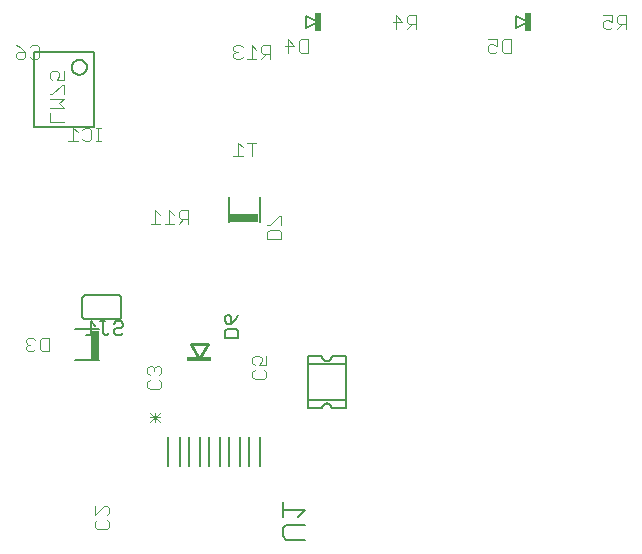
<source format=gbr>
G75*
%MOIN*%
%OFA0B0*%
%FSLAX25Y25*%
%IPPOS*%
%LPD*%
%AMOC8*
5,1,8,0,0,1.08239X$1,22.5*
%
%ADD10C,0.00400*%
%ADD11C,0.00800*%
%ADD12R,0.09646X0.02657*%
%ADD13C,0.01000*%
%ADD14R,0.08268X0.01181*%
%ADD15C,0.00500*%
%ADD16C,0.00600*%
%ADD17C,0.00300*%
%ADD18R,0.02400X0.06200*%
%ADD19R,0.02657X0.09646*%
D10*
X0070967Y0089426D02*
X0070200Y0090193D01*
X0070200Y0091728D01*
X0070967Y0092495D01*
X0070200Y0094030D02*
X0073269Y0097099D01*
X0074037Y0097099D01*
X0074804Y0096332D01*
X0074804Y0094797D01*
X0074037Y0094030D01*
X0074037Y0092495D02*
X0074804Y0091728D01*
X0074804Y0090193D01*
X0074037Y0089426D01*
X0070967Y0089426D01*
X0070200Y0094030D02*
X0070200Y0097099D01*
X0088467Y0136134D02*
X0087700Y0136901D01*
X0087700Y0138436D01*
X0088467Y0139203D01*
X0088467Y0140737D02*
X0087700Y0141505D01*
X0087700Y0143039D01*
X0088467Y0143807D01*
X0089235Y0143807D01*
X0090002Y0143039D01*
X0090002Y0142272D01*
X0090002Y0143039D02*
X0090769Y0143807D01*
X0091537Y0143807D01*
X0092304Y0143039D01*
X0092304Y0141505D01*
X0091537Y0140737D01*
X0091537Y0139203D02*
X0092304Y0138436D01*
X0092304Y0136901D01*
X0091537Y0136134D01*
X0088467Y0136134D01*
X0122700Y0140193D02*
X0122700Y0141728D01*
X0123467Y0142495D01*
X0123467Y0144030D02*
X0122700Y0144797D01*
X0122700Y0146332D01*
X0123467Y0147099D01*
X0125002Y0147099D01*
X0125769Y0146332D01*
X0125769Y0145564D01*
X0125002Y0144030D01*
X0127304Y0144030D01*
X0127304Y0147099D01*
X0126537Y0142495D02*
X0127304Y0141728D01*
X0127304Y0140193D01*
X0126537Y0139426D01*
X0123467Y0139426D01*
X0122700Y0140193D01*
X0127700Y0186134D02*
X0127700Y0188436D01*
X0128467Y0189203D01*
X0131537Y0189203D01*
X0132304Y0188436D01*
X0132304Y0186134D01*
X0127700Y0186134D01*
X0127700Y0190737D02*
X0128467Y0190737D01*
X0131537Y0193807D01*
X0132304Y0193807D01*
X0132304Y0190737D01*
X0122473Y0213634D02*
X0122473Y0218237D01*
X0120939Y0218237D02*
X0124008Y0218237D01*
X0119404Y0216703D02*
X0117869Y0218237D01*
X0117869Y0213634D01*
X0116335Y0213634D02*
X0119404Y0213634D01*
X0101112Y0195737D02*
X0098810Y0195737D01*
X0098043Y0194970D01*
X0098043Y0193436D01*
X0098810Y0192668D01*
X0101112Y0192668D01*
X0101112Y0191134D02*
X0101112Y0195737D01*
X0099577Y0192668D02*
X0098043Y0191134D01*
X0096508Y0191134D02*
X0093439Y0191134D01*
X0094973Y0191134D02*
X0094973Y0195737D01*
X0096508Y0194203D01*
X0091904Y0194203D02*
X0090369Y0195737D01*
X0090369Y0191134D01*
X0088835Y0191134D02*
X0091904Y0191134D01*
X0072077Y0218634D02*
X0070543Y0218634D01*
X0071310Y0218634D02*
X0071310Y0223237D01*
X0072077Y0223237D02*
X0070543Y0223237D01*
X0069008Y0222470D02*
X0069008Y0219401D01*
X0068241Y0218634D01*
X0066706Y0218634D01*
X0065939Y0219401D01*
X0064404Y0218634D02*
X0061335Y0218634D01*
X0062869Y0218634D02*
X0062869Y0223237D01*
X0064404Y0221703D01*
X0065939Y0222470D02*
X0066706Y0223237D01*
X0068241Y0223237D01*
X0069008Y0222470D01*
X0059804Y0225218D02*
X0055200Y0225218D01*
X0055200Y0228287D01*
X0055200Y0229822D02*
X0059804Y0229822D01*
X0058269Y0231356D01*
X0059804Y0232891D01*
X0055200Y0232891D01*
X0055200Y0234426D02*
X0055967Y0234426D01*
X0059037Y0237495D01*
X0059804Y0237495D01*
X0059804Y0234426D01*
X0059804Y0239030D02*
X0057502Y0239030D01*
X0058269Y0240564D01*
X0058269Y0241332D01*
X0057502Y0242099D01*
X0055967Y0242099D01*
X0055200Y0241332D01*
X0055200Y0239797D01*
X0055967Y0239030D01*
X0059804Y0239030D02*
X0059804Y0242099D01*
X0051508Y0246901D02*
X0051508Y0249970D01*
X0050741Y0250737D01*
X0049206Y0250737D01*
X0048439Y0249970D01*
X0046904Y0248436D02*
X0044602Y0248436D01*
X0043835Y0247668D01*
X0043835Y0246901D01*
X0044602Y0246134D01*
X0046137Y0246134D01*
X0046904Y0246901D01*
X0046904Y0248436D01*
X0045369Y0249970D01*
X0043835Y0250737D01*
X0048439Y0246901D02*
X0049206Y0246134D01*
X0050741Y0246134D01*
X0051508Y0246901D01*
X0116335Y0246901D02*
X0117102Y0246134D01*
X0118637Y0246134D01*
X0119404Y0246901D01*
X0120939Y0246134D02*
X0124008Y0246134D01*
X0125543Y0246134D02*
X0127077Y0247668D01*
X0126310Y0247668D02*
X0128612Y0247668D01*
X0128612Y0246134D02*
X0128612Y0250737D01*
X0126310Y0250737D01*
X0125543Y0249970D01*
X0125543Y0248436D01*
X0126310Y0247668D01*
X0124008Y0249203D02*
X0122473Y0250737D01*
X0122473Y0246134D01*
X0119404Y0249970D02*
X0118637Y0250737D01*
X0117102Y0250737D01*
X0116335Y0249970D01*
X0116335Y0249203D01*
X0117102Y0248436D01*
X0116335Y0247668D01*
X0116335Y0246901D01*
X0117102Y0248436D02*
X0117869Y0248436D01*
X0133627Y0250436D02*
X0136696Y0250436D01*
X0134394Y0252737D01*
X0134394Y0248134D01*
X0138231Y0248901D02*
X0138231Y0251970D01*
X0138998Y0252737D01*
X0141300Y0252737D01*
X0141300Y0248134D01*
X0138998Y0248134D01*
X0138231Y0248901D01*
X0169627Y0258436D02*
X0172696Y0258436D01*
X0170394Y0260737D01*
X0170394Y0256134D01*
X0174231Y0256134D02*
X0175765Y0257668D01*
X0174998Y0257668D02*
X0177300Y0257668D01*
X0177300Y0256134D02*
X0177300Y0260737D01*
X0174998Y0260737D01*
X0174231Y0259970D01*
X0174231Y0258436D01*
X0174998Y0257668D01*
X0201127Y0252737D02*
X0204196Y0252737D01*
X0204196Y0250436D01*
X0202661Y0251203D01*
X0201894Y0251203D01*
X0201127Y0250436D01*
X0201127Y0248901D01*
X0201894Y0248134D01*
X0203429Y0248134D01*
X0204196Y0248901D01*
X0205731Y0248901D02*
X0205731Y0251970D01*
X0206498Y0252737D01*
X0208800Y0252737D01*
X0208800Y0248134D01*
X0206498Y0248134D01*
X0205731Y0248901D01*
X0239627Y0256901D02*
X0240394Y0256134D01*
X0241929Y0256134D01*
X0242696Y0256901D01*
X0242696Y0258436D02*
X0241161Y0259203D01*
X0240394Y0259203D01*
X0239627Y0258436D01*
X0239627Y0256901D01*
X0242696Y0258436D02*
X0242696Y0260737D01*
X0239627Y0260737D01*
X0244231Y0259970D02*
X0244231Y0258436D01*
X0244998Y0257668D01*
X0247300Y0257668D01*
X0247300Y0256134D02*
X0247300Y0260737D01*
X0244998Y0260737D01*
X0244231Y0259970D01*
X0245765Y0257668D02*
X0244231Y0256134D01*
X0054800Y0153237D02*
X0054800Y0148634D01*
X0052498Y0148634D01*
X0051731Y0149401D01*
X0051731Y0152470D01*
X0052498Y0153237D01*
X0054800Y0153237D01*
X0050196Y0152470D02*
X0049429Y0153237D01*
X0047894Y0153237D01*
X0047127Y0152470D01*
X0047127Y0151703D01*
X0047894Y0150936D01*
X0047127Y0150168D01*
X0047127Y0149401D01*
X0047894Y0148634D01*
X0049429Y0148634D01*
X0050196Y0149401D01*
X0048661Y0150936D02*
X0047894Y0150936D01*
D11*
X0063465Y0156052D02*
X0071575Y0156052D01*
X0071575Y0145815D02*
X0063465Y0145815D01*
X0114882Y0191859D02*
X0114882Y0199969D01*
X0125118Y0199969D02*
X0125118Y0191859D01*
X0140531Y0256465D02*
X0140531Y0260402D01*
X0144469Y0258434D01*
X0140531Y0256465D01*
X0210531Y0256465D02*
X0210531Y0260402D01*
X0214469Y0258434D01*
X0210531Y0256465D01*
X0132800Y0098422D02*
X0132800Y0093484D01*
X0132800Y0095953D02*
X0140206Y0095953D01*
X0137738Y0093484D01*
X0140206Y0090871D02*
X0134034Y0090871D01*
X0132800Y0089637D01*
X0132800Y0087168D01*
X0134034Y0085934D01*
X0140206Y0085934D01*
D12*
X0120000Y0193069D03*
D13*
X0107756Y0151130D02*
X0102244Y0151130D01*
X0105000Y0146209D01*
X0107756Y0151130D01*
D14*
X0105000Y0146012D03*
D15*
X0113404Y0153290D02*
X0113404Y0155542D01*
X0114154Y0156292D01*
X0117157Y0156292D01*
X0117907Y0155542D01*
X0117907Y0153290D01*
X0113404Y0153290D01*
X0114154Y0157894D02*
X0113404Y0158644D01*
X0113404Y0160146D01*
X0114154Y0160896D01*
X0114905Y0160896D01*
X0115655Y0160146D01*
X0115655Y0157894D01*
X0114154Y0157894D01*
X0115655Y0157894D02*
X0117157Y0159395D01*
X0117907Y0160896D01*
X0141201Y0147095D02*
X0141201Y0144339D01*
X0153799Y0144339D01*
X0153799Y0147095D01*
X0149075Y0147095D01*
X0149073Y0147016D01*
X0149067Y0146938D01*
X0149057Y0146860D01*
X0149044Y0146783D01*
X0149026Y0146706D01*
X0149005Y0146631D01*
X0148980Y0146556D01*
X0148951Y0146483D01*
X0148919Y0146412D01*
X0148883Y0146342D01*
X0148844Y0146274D01*
X0148801Y0146208D01*
X0148755Y0146144D01*
X0148707Y0146083D01*
X0148655Y0146024D01*
X0148600Y0145968D01*
X0148542Y0145914D01*
X0148482Y0145864D01*
X0148419Y0145816D01*
X0148355Y0145772D01*
X0148288Y0145731D01*
X0148219Y0145693D01*
X0148148Y0145659D01*
X0148075Y0145629D01*
X0148002Y0145602D01*
X0147927Y0145579D01*
X0147850Y0145559D01*
X0147773Y0145544D01*
X0147696Y0145532D01*
X0147618Y0145524D01*
X0147539Y0145520D01*
X0147461Y0145520D01*
X0147382Y0145524D01*
X0147304Y0145532D01*
X0147227Y0145544D01*
X0147150Y0145559D01*
X0147073Y0145579D01*
X0146998Y0145602D01*
X0146925Y0145629D01*
X0146852Y0145659D01*
X0146781Y0145693D01*
X0146713Y0145731D01*
X0146645Y0145772D01*
X0146581Y0145816D01*
X0146518Y0145864D01*
X0146458Y0145914D01*
X0146400Y0145968D01*
X0146345Y0146024D01*
X0146293Y0146083D01*
X0146245Y0146144D01*
X0146199Y0146208D01*
X0146156Y0146274D01*
X0146117Y0146342D01*
X0146081Y0146412D01*
X0146049Y0146483D01*
X0146020Y0146556D01*
X0145995Y0146631D01*
X0145974Y0146706D01*
X0145956Y0146783D01*
X0145943Y0146860D01*
X0145933Y0146938D01*
X0145927Y0147016D01*
X0145925Y0147095D01*
X0141201Y0147095D01*
X0141201Y0144339D02*
X0141201Y0132528D01*
X0153799Y0132528D01*
X0153799Y0144339D01*
X0153799Y0132528D02*
X0153799Y0129772D01*
X0149075Y0129772D01*
X0149073Y0129851D01*
X0149067Y0129929D01*
X0149057Y0130007D01*
X0149044Y0130084D01*
X0149026Y0130161D01*
X0149005Y0130236D01*
X0148980Y0130311D01*
X0148951Y0130384D01*
X0148919Y0130455D01*
X0148883Y0130525D01*
X0148844Y0130593D01*
X0148801Y0130659D01*
X0148755Y0130723D01*
X0148707Y0130784D01*
X0148655Y0130843D01*
X0148600Y0130899D01*
X0148542Y0130953D01*
X0148482Y0131003D01*
X0148419Y0131051D01*
X0148355Y0131095D01*
X0148288Y0131136D01*
X0148219Y0131174D01*
X0148148Y0131208D01*
X0148075Y0131238D01*
X0148002Y0131265D01*
X0147927Y0131288D01*
X0147850Y0131308D01*
X0147773Y0131323D01*
X0147696Y0131335D01*
X0147618Y0131343D01*
X0147539Y0131347D01*
X0147461Y0131347D01*
X0147382Y0131343D01*
X0147304Y0131335D01*
X0147227Y0131323D01*
X0147150Y0131308D01*
X0147073Y0131288D01*
X0146998Y0131265D01*
X0146925Y0131238D01*
X0146852Y0131208D01*
X0146781Y0131174D01*
X0146713Y0131136D01*
X0146645Y0131095D01*
X0146581Y0131051D01*
X0146518Y0131003D01*
X0146458Y0130953D01*
X0146400Y0130899D01*
X0146345Y0130843D01*
X0146293Y0130784D01*
X0146245Y0130723D01*
X0146199Y0130659D01*
X0146156Y0130593D01*
X0146117Y0130525D01*
X0146081Y0130455D01*
X0146049Y0130384D01*
X0146020Y0130311D01*
X0145995Y0130236D01*
X0145974Y0130161D01*
X0145956Y0130084D01*
X0145943Y0130007D01*
X0145933Y0129929D01*
X0145927Y0129851D01*
X0145925Y0129772D01*
X0141201Y0129772D01*
X0141201Y0132528D01*
X0079562Y0154934D02*
X0078811Y0154184D01*
X0077310Y0154184D01*
X0076559Y0154934D01*
X0076559Y0155685D01*
X0077310Y0156435D01*
X0078811Y0156435D01*
X0079562Y0157186D01*
X0079562Y0157937D01*
X0078811Y0158687D01*
X0077310Y0158687D01*
X0076559Y0157937D01*
X0073457Y0158687D02*
X0071955Y0158687D01*
X0072706Y0158687D02*
X0072706Y0154934D01*
X0073457Y0154184D01*
X0074207Y0154184D01*
X0074958Y0154934D01*
X0070354Y0154184D02*
X0067351Y0154184D01*
X0068853Y0154184D02*
X0068853Y0158687D01*
X0070354Y0157186D01*
X0070000Y0223434D02*
X0050000Y0223434D01*
X0050000Y0248434D01*
X0070000Y0248434D01*
X0070000Y0223434D01*
X0062500Y0243434D02*
X0062502Y0243533D01*
X0062508Y0243633D01*
X0062518Y0243732D01*
X0062532Y0243830D01*
X0062549Y0243928D01*
X0062571Y0244025D01*
X0062596Y0244121D01*
X0062625Y0244216D01*
X0062658Y0244310D01*
X0062695Y0244402D01*
X0062735Y0244493D01*
X0062779Y0244582D01*
X0062827Y0244670D01*
X0062878Y0244755D01*
X0062932Y0244838D01*
X0062989Y0244920D01*
X0063050Y0244998D01*
X0063114Y0245075D01*
X0063180Y0245148D01*
X0063250Y0245219D01*
X0063322Y0245287D01*
X0063397Y0245353D01*
X0063475Y0245415D01*
X0063555Y0245474D01*
X0063637Y0245530D01*
X0063721Y0245582D01*
X0063808Y0245631D01*
X0063896Y0245677D01*
X0063986Y0245719D01*
X0064078Y0245758D01*
X0064171Y0245793D01*
X0064265Y0245824D01*
X0064361Y0245851D01*
X0064458Y0245874D01*
X0064555Y0245894D01*
X0064653Y0245910D01*
X0064752Y0245922D01*
X0064851Y0245930D01*
X0064950Y0245934D01*
X0065050Y0245934D01*
X0065149Y0245930D01*
X0065248Y0245922D01*
X0065347Y0245910D01*
X0065445Y0245894D01*
X0065542Y0245874D01*
X0065639Y0245851D01*
X0065735Y0245824D01*
X0065829Y0245793D01*
X0065922Y0245758D01*
X0066014Y0245719D01*
X0066104Y0245677D01*
X0066192Y0245631D01*
X0066279Y0245582D01*
X0066363Y0245530D01*
X0066445Y0245474D01*
X0066525Y0245415D01*
X0066603Y0245353D01*
X0066678Y0245287D01*
X0066750Y0245219D01*
X0066820Y0245148D01*
X0066886Y0245075D01*
X0066950Y0244998D01*
X0067011Y0244920D01*
X0067068Y0244838D01*
X0067122Y0244755D01*
X0067173Y0244670D01*
X0067221Y0244582D01*
X0067265Y0244493D01*
X0067305Y0244402D01*
X0067342Y0244310D01*
X0067375Y0244216D01*
X0067404Y0244121D01*
X0067429Y0244025D01*
X0067451Y0243928D01*
X0067468Y0243830D01*
X0067482Y0243732D01*
X0067492Y0243633D01*
X0067498Y0243533D01*
X0067500Y0243434D01*
X0067498Y0243335D01*
X0067492Y0243235D01*
X0067482Y0243136D01*
X0067468Y0243038D01*
X0067451Y0242940D01*
X0067429Y0242843D01*
X0067404Y0242747D01*
X0067375Y0242652D01*
X0067342Y0242558D01*
X0067305Y0242466D01*
X0067265Y0242375D01*
X0067221Y0242286D01*
X0067173Y0242198D01*
X0067122Y0242113D01*
X0067068Y0242030D01*
X0067011Y0241948D01*
X0066950Y0241870D01*
X0066886Y0241793D01*
X0066820Y0241720D01*
X0066750Y0241649D01*
X0066678Y0241581D01*
X0066603Y0241515D01*
X0066525Y0241453D01*
X0066445Y0241394D01*
X0066363Y0241338D01*
X0066279Y0241286D01*
X0066192Y0241237D01*
X0066104Y0241191D01*
X0066014Y0241149D01*
X0065922Y0241110D01*
X0065829Y0241075D01*
X0065735Y0241044D01*
X0065639Y0241017D01*
X0065542Y0240994D01*
X0065445Y0240974D01*
X0065347Y0240958D01*
X0065248Y0240946D01*
X0065149Y0240938D01*
X0065050Y0240934D01*
X0064950Y0240934D01*
X0064851Y0240938D01*
X0064752Y0240946D01*
X0064653Y0240958D01*
X0064555Y0240974D01*
X0064458Y0240994D01*
X0064361Y0241017D01*
X0064265Y0241044D01*
X0064171Y0241075D01*
X0064078Y0241110D01*
X0063986Y0241149D01*
X0063896Y0241191D01*
X0063808Y0241237D01*
X0063721Y0241286D01*
X0063637Y0241338D01*
X0063555Y0241394D01*
X0063475Y0241453D01*
X0063397Y0241515D01*
X0063322Y0241581D01*
X0063250Y0241649D01*
X0063180Y0241720D01*
X0063114Y0241793D01*
X0063050Y0241870D01*
X0062989Y0241948D01*
X0062932Y0242030D01*
X0062878Y0242113D01*
X0062827Y0242198D01*
X0062779Y0242286D01*
X0062735Y0242375D01*
X0062695Y0242466D01*
X0062658Y0242558D01*
X0062625Y0242652D01*
X0062596Y0242747D01*
X0062571Y0242843D01*
X0062549Y0242940D01*
X0062532Y0243038D01*
X0062518Y0243136D01*
X0062508Y0243235D01*
X0062502Y0243335D01*
X0062500Y0243434D01*
D16*
X0067000Y0167434D02*
X0078000Y0167434D01*
X0078060Y0167432D01*
X0078121Y0167427D01*
X0078180Y0167418D01*
X0078239Y0167405D01*
X0078298Y0167389D01*
X0078355Y0167369D01*
X0078410Y0167346D01*
X0078465Y0167319D01*
X0078517Y0167290D01*
X0078568Y0167257D01*
X0078617Y0167221D01*
X0078663Y0167183D01*
X0078707Y0167141D01*
X0078749Y0167097D01*
X0078787Y0167051D01*
X0078823Y0167002D01*
X0078856Y0166951D01*
X0078885Y0166899D01*
X0078912Y0166844D01*
X0078935Y0166789D01*
X0078955Y0166732D01*
X0078971Y0166673D01*
X0078984Y0166614D01*
X0078993Y0166555D01*
X0078998Y0166494D01*
X0079000Y0166434D01*
X0079000Y0160434D01*
X0078998Y0160374D01*
X0078993Y0160313D01*
X0078984Y0160254D01*
X0078971Y0160195D01*
X0078955Y0160136D01*
X0078935Y0160079D01*
X0078912Y0160024D01*
X0078885Y0159969D01*
X0078856Y0159917D01*
X0078823Y0159866D01*
X0078787Y0159817D01*
X0078749Y0159771D01*
X0078707Y0159727D01*
X0078663Y0159685D01*
X0078617Y0159647D01*
X0078568Y0159611D01*
X0078517Y0159578D01*
X0078465Y0159549D01*
X0078410Y0159522D01*
X0078355Y0159499D01*
X0078298Y0159479D01*
X0078239Y0159463D01*
X0078180Y0159450D01*
X0078121Y0159441D01*
X0078060Y0159436D01*
X0078000Y0159434D01*
X0067000Y0159434D01*
X0066940Y0159436D01*
X0066879Y0159441D01*
X0066820Y0159450D01*
X0066761Y0159463D01*
X0066702Y0159479D01*
X0066645Y0159499D01*
X0066590Y0159522D01*
X0066535Y0159549D01*
X0066483Y0159578D01*
X0066432Y0159611D01*
X0066383Y0159647D01*
X0066337Y0159685D01*
X0066293Y0159727D01*
X0066251Y0159771D01*
X0066213Y0159817D01*
X0066177Y0159866D01*
X0066144Y0159917D01*
X0066115Y0159969D01*
X0066088Y0160024D01*
X0066065Y0160079D01*
X0066045Y0160136D01*
X0066029Y0160195D01*
X0066016Y0160254D01*
X0066007Y0160313D01*
X0066002Y0160374D01*
X0066000Y0160434D01*
X0066000Y0166434D01*
X0066002Y0166494D01*
X0066007Y0166555D01*
X0066016Y0166614D01*
X0066029Y0166673D01*
X0066045Y0166732D01*
X0066065Y0166789D01*
X0066088Y0166844D01*
X0066115Y0166899D01*
X0066144Y0166951D01*
X0066177Y0167002D01*
X0066213Y0167051D01*
X0066251Y0167097D01*
X0066293Y0167141D01*
X0066337Y0167183D01*
X0066383Y0167221D01*
X0066432Y0167257D01*
X0066483Y0167290D01*
X0066535Y0167319D01*
X0066590Y0167346D01*
X0066645Y0167369D01*
X0066702Y0167389D01*
X0066761Y0167405D01*
X0066820Y0167418D01*
X0066879Y0167427D01*
X0066940Y0167432D01*
X0067000Y0167434D01*
X0094700Y0120134D02*
X0094700Y0110334D01*
X0098500Y0110334D02*
X0098500Y0120134D01*
X0101400Y0120134D02*
X0101400Y0110334D01*
X0105200Y0110334D02*
X0105200Y0120134D01*
X0108100Y0120134D02*
X0108100Y0110334D01*
X0111900Y0110334D02*
X0111900Y0120134D01*
X0114800Y0120134D02*
X0114800Y0110334D01*
X0118600Y0110334D02*
X0118600Y0120134D01*
X0121500Y0120134D02*
X0121500Y0110334D01*
X0125300Y0110334D02*
X0125300Y0120134D01*
D17*
X0091786Y0125064D02*
X0088650Y0128200D01*
X0090218Y0128200D02*
X0090218Y0125064D01*
X0088650Y0125064D02*
X0091786Y0128200D01*
X0091786Y0126632D02*
X0088650Y0126632D01*
D18*
X0144700Y0258434D03*
X0214700Y0258434D03*
D19*
X0070364Y0150934D03*
M02*

</source>
